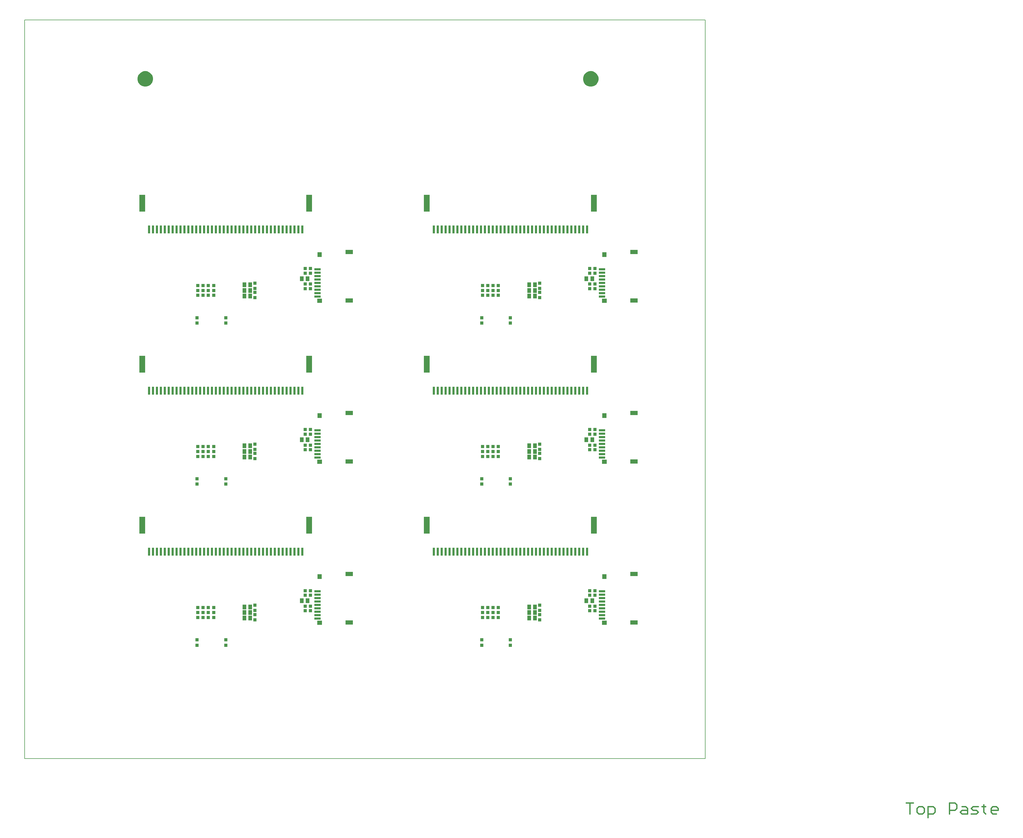
<source format=gtp>
G04*
G04 #@! TF.GenerationSoftware,Altium Limited,Altium Designer,22.6.0 (29)*
G04*
G04 Layer_Color=8421504*
%FSLAX25Y25*%
%MOIN*%
G70*
G04*
G04 #@! TF.SameCoordinates,0ADED8EB-2248-42DB-B9B4-91843697612D*
G04*
G04*
G04 #@! TF.FilePolarity,Positive*
G04*
G01*
G75*
%ADD10C,0.01575*%
%ADD11R,0.07480X0.21654*%
%ADD12C,0.00591*%
%ADD13R,0.04331X0.03937*%
%ADD14R,0.03937X0.04331*%
%ADD15R,0.03150X0.09843*%
%ADD16R,0.07874X0.02756*%
%ADD17R,0.05512X0.06299*%
%ADD18R,0.06299X0.05512*%
%ADD19R,0.09449X0.05512*%
%ADD20R,0.04724X0.05906*%
%ADD21R,0.05118X0.05906*%
G36*
X74803Y742126D02*
X73834D01*
X71932Y742504D01*
X70141Y743246D01*
X68529Y744323D01*
X67158Y745694D01*
X66081Y747306D01*
X65339Y749097D01*
X64961Y750999D01*
Y751968D01*
Y752938D01*
X65339Y754839D01*
X66081Y756631D01*
X67158Y758243D01*
X68529Y759614D01*
X70141Y760691D01*
X71932Y761433D01*
X73834Y761811D01*
X74803D01*
X75773D01*
X77674Y761433D01*
X79465Y760691D01*
X81077Y759614D01*
X82448Y758243D01*
X83526Y756631D01*
X84267Y754839D01*
X84646Y752938D01*
Y751968D01*
Y750999D01*
X84267Y749097D01*
X83526Y747306D01*
X82448Y745694D01*
X81077Y744323D01*
X79465Y743246D01*
X77674Y742504D01*
X75773Y742126D01*
X74803D01*
D01*
D02*
G37*
G36*
X641732D02*
X642702D01*
X644603Y742504D01*
X646394Y743246D01*
X648006Y744323D01*
X649377Y745694D01*
X650455Y747306D01*
X651197Y749097D01*
X651575Y750999D01*
Y751968D01*
Y752938D01*
X651197Y754839D01*
X650455Y756631D01*
X649377Y758243D01*
X648006Y759614D01*
X646394Y760691D01*
X644603Y761433D01*
X642702Y761811D01*
X641732D01*
X640763D01*
X638861Y761433D01*
X637070Y760691D01*
X635458Y759614D01*
X634087Y758243D01*
X633010Y756631D01*
X632268Y754839D01*
X631890Y752938D01*
Y751968D01*
Y750999D01*
X632268Y749097D01*
X633010Y747306D01*
X634087Y745694D01*
X635458Y744323D01*
X637070Y743246D01*
X638861Y742504D01*
X640763Y742126D01*
X641732D01*
D01*
D02*
G37*
D10*
X1042921Y-168552D02*
X1052104D01*
X1047513D01*
Y-182327D01*
X1058992D02*
X1063584D01*
X1065879Y-180031D01*
Y-175439D01*
X1063584Y-173144D01*
X1058992D01*
X1056696Y-175439D01*
Y-180031D01*
X1058992Y-182327D01*
X1070471Y-186919D02*
Y-173144D01*
X1077359D01*
X1079655Y-175439D01*
Y-180031D01*
X1077359Y-182327D01*
X1070471D01*
X1098021D02*
Y-168552D01*
X1104909D01*
X1107205Y-170848D01*
Y-175439D01*
X1104909Y-177735D01*
X1098021D01*
X1114092Y-173144D02*
X1118684D01*
X1120980Y-175439D01*
Y-182327D01*
X1114092D01*
X1111796Y-180031D01*
X1114092Y-177735D01*
X1120980D01*
X1125571Y-182327D02*
X1132459D01*
X1134755Y-180031D01*
X1132459Y-177735D01*
X1127867D01*
X1125571Y-175439D01*
X1127867Y-173144D01*
X1134755D01*
X1141642Y-170848D02*
Y-173144D01*
X1139347D01*
X1143938D01*
X1141642D01*
Y-180031D01*
X1143938Y-182327D01*
X1157713D02*
X1153122D01*
X1150826Y-180031D01*
Y-175439D01*
X1153122Y-173144D01*
X1157713D01*
X1160009Y-175439D01*
Y-177735D01*
X1150826D01*
D11*
X70866Y184488D02*
D03*
X283465D02*
D03*
X433071D02*
D03*
X645669D02*
D03*
X70866Y389213D02*
D03*
X283465D02*
D03*
X433071D02*
D03*
X645669D02*
D03*
X70866Y593937D02*
D03*
X283465D02*
D03*
X433071D02*
D03*
X645669D02*
D03*
D12*
X787402Y-112205D02*
X787402Y826772D01*
X-78740Y-112205D02*
X-78740Y826772D01*
X-78740Y-112205D02*
X787402Y-112205D01*
X-78740Y826772D02*
X787402Y826772D01*
D13*
X161811Y67323D02*
D03*
X155118Y67323D02*
D03*
X141719Y73622D02*
D03*
X148412Y73622D02*
D03*
X141732Y67322D02*
D03*
X148425D02*
D03*
X161811Y79922D02*
D03*
X155118D02*
D03*
Y73622D02*
D03*
X161811D02*
D03*
X148425Y79922D02*
D03*
X141733D02*
D03*
X278150Y101378D02*
D03*
X284843D02*
D03*
X278150Y95473D02*
D03*
X284843D02*
D03*
X278150Y81693D02*
D03*
X284843D02*
D03*
X278150Y75788D02*
D03*
X284843D02*
D03*
X524016Y67323D02*
D03*
X517323Y67323D02*
D03*
X503924Y73622D02*
D03*
X510617Y73622D02*
D03*
X503937Y67322D02*
D03*
X510630D02*
D03*
X524016Y79922D02*
D03*
X517323D02*
D03*
Y73622D02*
D03*
X524016D02*
D03*
X510630Y79922D02*
D03*
X503937D02*
D03*
X640355Y101378D02*
D03*
X647048D02*
D03*
X640355Y95473D02*
D03*
X647048D02*
D03*
X640355Y81693D02*
D03*
X647048D02*
D03*
X640355Y75788D02*
D03*
X647048D02*
D03*
X161811Y272048D02*
D03*
X155118Y272048D02*
D03*
X141719Y278347D02*
D03*
X148412Y278347D02*
D03*
X141732Y272047D02*
D03*
X148425D02*
D03*
X161811Y284646D02*
D03*
X155118D02*
D03*
Y278347D02*
D03*
X161811D02*
D03*
X148425Y284646D02*
D03*
X141733D02*
D03*
X278150Y306103D02*
D03*
X284843D02*
D03*
X278150Y300197D02*
D03*
X284843D02*
D03*
X278150Y286418D02*
D03*
X284843D02*
D03*
X278150Y280512D02*
D03*
X284843D02*
D03*
X524016Y272048D02*
D03*
X517323Y272048D02*
D03*
X503924Y278347D02*
D03*
X510617Y278347D02*
D03*
X503937Y272047D02*
D03*
X510630D02*
D03*
X524016Y284646D02*
D03*
X517323D02*
D03*
Y278347D02*
D03*
X524016D02*
D03*
X510630Y284646D02*
D03*
X503937D02*
D03*
X640355Y306103D02*
D03*
X647048D02*
D03*
X640355Y300197D02*
D03*
X647048D02*
D03*
X640355Y286418D02*
D03*
X647048D02*
D03*
X640355Y280512D02*
D03*
X647048D02*
D03*
X161811Y476772D02*
D03*
X155118Y476772D02*
D03*
X141719Y483071D02*
D03*
X148412Y483071D02*
D03*
X141732Y476771D02*
D03*
X148425D02*
D03*
X161811Y489370D02*
D03*
X155118D02*
D03*
Y483071D02*
D03*
X161811D02*
D03*
X148425Y489370D02*
D03*
X141733D02*
D03*
X278150Y510827D02*
D03*
X284843D02*
D03*
X278150Y504922D02*
D03*
X284843D02*
D03*
X278150Y491142D02*
D03*
X284843D02*
D03*
X278150Y485237D02*
D03*
X284843D02*
D03*
X524016Y476772D02*
D03*
X517323Y476772D02*
D03*
X503924Y483071D02*
D03*
X510617Y483071D02*
D03*
X503937Y476771D02*
D03*
X510630D02*
D03*
X524016Y489370D02*
D03*
X517323D02*
D03*
Y483071D02*
D03*
X524016D02*
D03*
X510630Y489370D02*
D03*
X503937D02*
D03*
X640355Y510827D02*
D03*
X647048D02*
D03*
X640355Y504922D02*
D03*
X647048D02*
D03*
X640355Y491142D02*
D03*
X647048D02*
D03*
X640355Y485237D02*
D03*
X647048D02*
D03*
D14*
X177166Y32086D02*
D03*
X177166Y38779D02*
D03*
X140748Y32086D02*
D03*
X140748Y38779D02*
D03*
X214370Y82874D02*
D03*
Y76181D02*
D03*
X214370Y64370D02*
D03*
Y71063D02*
D03*
X539370Y32086D02*
D03*
X539370Y38779D02*
D03*
X502953Y32086D02*
D03*
X502953Y38779D02*
D03*
X576575Y82874D02*
D03*
Y76181D02*
D03*
X576575Y64370D02*
D03*
Y71063D02*
D03*
X177166Y236811D02*
D03*
X177166Y243504D02*
D03*
X140748Y236811D02*
D03*
X140748Y243504D02*
D03*
X214370Y287599D02*
D03*
Y280906D02*
D03*
X214370Y269094D02*
D03*
Y275787D02*
D03*
X539370Y236811D02*
D03*
X539370Y243504D02*
D03*
X502953Y236811D02*
D03*
X502953Y243504D02*
D03*
X576575Y287599D02*
D03*
Y280906D02*
D03*
X576575Y269094D02*
D03*
Y275787D02*
D03*
X177166Y441535D02*
D03*
X177166Y448228D02*
D03*
X140748Y441535D02*
D03*
X140748Y448228D02*
D03*
X214370Y492323D02*
D03*
Y485630D02*
D03*
X214370Y473819D02*
D03*
Y480512D02*
D03*
X539370Y441535D02*
D03*
X539370Y448228D02*
D03*
X502953Y441535D02*
D03*
X502953Y448228D02*
D03*
X576575Y492323D02*
D03*
Y485630D02*
D03*
X576575Y473819D02*
D03*
Y480512D02*
D03*
D15*
X84665Y150984D02*
D03*
X79665D02*
D03*
X89665D02*
D03*
X94665D02*
D03*
X99665D02*
D03*
X104665D02*
D03*
X109665D02*
D03*
X114665D02*
D03*
X119665D02*
D03*
X124665D02*
D03*
X129665D02*
D03*
X134665D02*
D03*
X139665D02*
D03*
X144665D02*
D03*
X149665D02*
D03*
X154665D02*
D03*
X159665D02*
D03*
X164665D02*
D03*
X169665D02*
D03*
X174665D02*
D03*
X179665D02*
D03*
X184665D02*
D03*
X189665D02*
D03*
X194665D02*
D03*
X199665D02*
D03*
X204665D02*
D03*
X209665D02*
D03*
X214665D02*
D03*
X219665D02*
D03*
X224665D02*
D03*
X229665D02*
D03*
X234665D02*
D03*
X239665D02*
D03*
X244665D02*
D03*
X249665D02*
D03*
X254665D02*
D03*
X259665D02*
D03*
X264665D02*
D03*
X269665D02*
D03*
X274665D02*
D03*
D03*
X269665D02*
D03*
X264665D02*
D03*
X259665D02*
D03*
X254665D02*
D03*
X249665D02*
D03*
X244665D02*
D03*
X239665D02*
D03*
X234665D02*
D03*
X229665D02*
D03*
X224665D02*
D03*
X219665D02*
D03*
X214665D02*
D03*
X209665D02*
D03*
X204665D02*
D03*
X199665D02*
D03*
X194665D02*
D03*
X189665D02*
D03*
X184665D02*
D03*
X179665D02*
D03*
X174665D02*
D03*
X169665D02*
D03*
X164665D02*
D03*
X159665D02*
D03*
X154665D02*
D03*
X149665D02*
D03*
X144665D02*
D03*
X139665D02*
D03*
X134665D02*
D03*
X129665D02*
D03*
X124665D02*
D03*
X119665D02*
D03*
X114665D02*
D03*
X109665D02*
D03*
X104665D02*
D03*
X99665D02*
D03*
X94665D02*
D03*
X89665D02*
D03*
X79665D02*
D03*
X84665D02*
D03*
X446870D02*
D03*
X441870D02*
D03*
X451870D02*
D03*
X456870D02*
D03*
X461870D02*
D03*
X466870D02*
D03*
X471870D02*
D03*
X476870D02*
D03*
X481870D02*
D03*
X486870D02*
D03*
X491870D02*
D03*
X496870D02*
D03*
X501870D02*
D03*
X506870D02*
D03*
X511870D02*
D03*
X516870D02*
D03*
X521870D02*
D03*
X526870D02*
D03*
X531870D02*
D03*
X536870D02*
D03*
X541870D02*
D03*
X546870D02*
D03*
X551870D02*
D03*
X556870D02*
D03*
X561870D02*
D03*
X566870D02*
D03*
X571870D02*
D03*
X576870D02*
D03*
X581870D02*
D03*
X586870D02*
D03*
X591870D02*
D03*
X596870D02*
D03*
X601870D02*
D03*
X606870D02*
D03*
X611870D02*
D03*
X616870D02*
D03*
X621870D02*
D03*
X626870D02*
D03*
X631870D02*
D03*
X636870D02*
D03*
D03*
X631870D02*
D03*
X626870D02*
D03*
X621870D02*
D03*
X616870D02*
D03*
X611870D02*
D03*
X606870D02*
D03*
X601870D02*
D03*
X596870D02*
D03*
X591870D02*
D03*
X586870D02*
D03*
X581870D02*
D03*
X576870D02*
D03*
X571870D02*
D03*
X566870D02*
D03*
X561870D02*
D03*
X556870D02*
D03*
X551870D02*
D03*
X546870D02*
D03*
X541870D02*
D03*
X536870D02*
D03*
X531870D02*
D03*
X526870D02*
D03*
X521870D02*
D03*
X516870D02*
D03*
X511870D02*
D03*
X506870D02*
D03*
X501870D02*
D03*
X496870D02*
D03*
X491870D02*
D03*
X486870D02*
D03*
X481870D02*
D03*
X476870D02*
D03*
X471870D02*
D03*
X466870D02*
D03*
X461870D02*
D03*
X456870D02*
D03*
X451870D02*
D03*
X441870D02*
D03*
X446870D02*
D03*
X84665Y355709D02*
D03*
X79665D02*
D03*
X89665D02*
D03*
X94665D02*
D03*
X99665D02*
D03*
X104665D02*
D03*
X109665D02*
D03*
X114665D02*
D03*
X119665D02*
D03*
X124665D02*
D03*
X129665D02*
D03*
X134665D02*
D03*
X139665D02*
D03*
X144665D02*
D03*
X149665D02*
D03*
X154665D02*
D03*
X159665D02*
D03*
X164665D02*
D03*
X169665D02*
D03*
X174665D02*
D03*
X179665D02*
D03*
X184665D02*
D03*
X189665D02*
D03*
X194665D02*
D03*
X199665D02*
D03*
X204665D02*
D03*
X209665D02*
D03*
X214665D02*
D03*
X219665D02*
D03*
X224665D02*
D03*
X229665D02*
D03*
X234665D02*
D03*
X239665D02*
D03*
X244665D02*
D03*
X249665D02*
D03*
X254665D02*
D03*
X259665D02*
D03*
X264665D02*
D03*
X269665D02*
D03*
X274665D02*
D03*
D03*
X269665D02*
D03*
X264665D02*
D03*
X259665D02*
D03*
X254665D02*
D03*
X249665D02*
D03*
X244665D02*
D03*
X239665D02*
D03*
X234665D02*
D03*
X229665D02*
D03*
X224665D02*
D03*
X219665D02*
D03*
X214665D02*
D03*
X209665D02*
D03*
X204665D02*
D03*
X199665D02*
D03*
X194665D02*
D03*
X189665D02*
D03*
X184665D02*
D03*
X179665D02*
D03*
X174665D02*
D03*
X169665D02*
D03*
X164665D02*
D03*
X159665D02*
D03*
X154665D02*
D03*
X149665D02*
D03*
X144665D02*
D03*
X139665D02*
D03*
X134665D02*
D03*
X129665D02*
D03*
X124665D02*
D03*
X119665D02*
D03*
X114665D02*
D03*
X109665D02*
D03*
X104665D02*
D03*
X99665D02*
D03*
X94665D02*
D03*
X89665D02*
D03*
X79665D02*
D03*
X84665D02*
D03*
X446870D02*
D03*
X441870D02*
D03*
X451870D02*
D03*
X456870D02*
D03*
X461870D02*
D03*
X466870D02*
D03*
X471870D02*
D03*
X476870D02*
D03*
X481870D02*
D03*
X486870D02*
D03*
X491870D02*
D03*
X496870D02*
D03*
X501870D02*
D03*
X506870D02*
D03*
X511870D02*
D03*
X516870D02*
D03*
X521870D02*
D03*
X526870D02*
D03*
X531870D02*
D03*
X536870D02*
D03*
X541870D02*
D03*
X546870D02*
D03*
X551870D02*
D03*
X556870D02*
D03*
X561870D02*
D03*
X566870D02*
D03*
X571870D02*
D03*
X576870D02*
D03*
X581870D02*
D03*
X586870D02*
D03*
X591870D02*
D03*
X596870D02*
D03*
X601870D02*
D03*
X606870D02*
D03*
X611870D02*
D03*
X616870D02*
D03*
X621870D02*
D03*
X626870D02*
D03*
X631870D02*
D03*
X636870D02*
D03*
D03*
X631870D02*
D03*
X626870D02*
D03*
X621870D02*
D03*
X616870D02*
D03*
X611870D02*
D03*
X606870D02*
D03*
X601870D02*
D03*
X596870D02*
D03*
X591870D02*
D03*
X586870D02*
D03*
X581870D02*
D03*
X576870D02*
D03*
X571870D02*
D03*
X566870D02*
D03*
X561870D02*
D03*
X556870D02*
D03*
X551870D02*
D03*
X546870D02*
D03*
X541870D02*
D03*
X536870D02*
D03*
X531870D02*
D03*
X526870D02*
D03*
X521870D02*
D03*
X516870D02*
D03*
X511870D02*
D03*
X506870D02*
D03*
X501870D02*
D03*
X496870D02*
D03*
X491870D02*
D03*
X486870D02*
D03*
X481870D02*
D03*
X476870D02*
D03*
X471870D02*
D03*
X466870D02*
D03*
X461870D02*
D03*
X456870D02*
D03*
X451870D02*
D03*
X441870D02*
D03*
X446870D02*
D03*
X84665Y560433D02*
D03*
X79665D02*
D03*
X89665D02*
D03*
X94665D02*
D03*
X99665D02*
D03*
X104665D02*
D03*
X109665D02*
D03*
X114665D02*
D03*
X119665D02*
D03*
X124665D02*
D03*
X129665D02*
D03*
X134665D02*
D03*
X139665D02*
D03*
X144665D02*
D03*
X149665D02*
D03*
X154665D02*
D03*
X159665D02*
D03*
X164665D02*
D03*
X169665D02*
D03*
X174665D02*
D03*
X179665D02*
D03*
X184665D02*
D03*
X189665D02*
D03*
X194665D02*
D03*
X199665D02*
D03*
X204665D02*
D03*
X209665D02*
D03*
X214665D02*
D03*
X219665D02*
D03*
X224665D02*
D03*
X229665D02*
D03*
X234665D02*
D03*
X239665D02*
D03*
X244665D02*
D03*
X249665D02*
D03*
X254665D02*
D03*
X259665D02*
D03*
X264665D02*
D03*
X269665D02*
D03*
X274665D02*
D03*
D03*
X269665D02*
D03*
X264665D02*
D03*
X259665D02*
D03*
X254665D02*
D03*
X249665D02*
D03*
X244665D02*
D03*
X239665D02*
D03*
X234665D02*
D03*
X229665D02*
D03*
X224665D02*
D03*
X219665D02*
D03*
X214665D02*
D03*
X209665D02*
D03*
X204665D02*
D03*
X199665D02*
D03*
X194665D02*
D03*
X189665D02*
D03*
X184665D02*
D03*
X179665D02*
D03*
X174665D02*
D03*
X169665D02*
D03*
X164665D02*
D03*
X159665D02*
D03*
X154665D02*
D03*
X149665D02*
D03*
X144665D02*
D03*
X139665D02*
D03*
X134665D02*
D03*
X129665D02*
D03*
X124665D02*
D03*
X119665D02*
D03*
X114665D02*
D03*
X109665D02*
D03*
X104665D02*
D03*
X99665D02*
D03*
X94665D02*
D03*
X89665D02*
D03*
X79665D02*
D03*
X84665D02*
D03*
X446870D02*
D03*
X441870D02*
D03*
X451870D02*
D03*
X456870D02*
D03*
X461870D02*
D03*
X466870D02*
D03*
X471870D02*
D03*
X476870D02*
D03*
X481870D02*
D03*
X486870D02*
D03*
X491870D02*
D03*
X496870D02*
D03*
X501870D02*
D03*
X506870D02*
D03*
X511870D02*
D03*
X516870D02*
D03*
X521870D02*
D03*
X526870D02*
D03*
X531870D02*
D03*
X536870D02*
D03*
X541870D02*
D03*
X546870D02*
D03*
X551870D02*
D03*
X556870D02*
D03*
X561870D02*
D03*
X566870D02*
D03*
X571870D02*
D03*
X576870D02*
D03*
X581870D02*
D03*
X586870D02*
D03*
X591870D02*
D03*
X596870D02*
D03*
X601870D02*
D03*
X606870D02*
D03*
X611870D02*
D03*
X616870D02*
D03*
X621870D02*
D03*
X626870D02*
D03*
X631870D02*
D03*
X636870D02*
D03*
D03*
X631870D02*
D03*
X626870D02*
D03*
X621870D02*
D03*
X616870D02*
D03*
X611870D02*
D03*
X606870D02*
D03*
X601870D02*
D03*
X596870D02*
D03*
X591870D02*
D03*
X586870D02*
D03*
X581870D02*
D03*
X576870D02*
D03*
X571870D02*
D03*
X566870D02*
D03*
X561870D02*
D03*
X556870D02*
D03*
X551870D02*
D03*
X546870D02*
D03*
X541870D02*
D03*
X536870D02*
D03*
X531870D02*
D03*
X526870D02*
D03*
X521870D02*
D03*
X516870D02*
D03*
X511870D02*
D03*
X506870D02*
D03*
X501870D02*
D03*
X496870D02*
D03*
X491870D02*
D03*
X486870D02*
D03*
X481870D02*
D03*
X476870D02*
D03*
X471870D02*
D03*
X466870D02*
D03*
X461870D02*
D03*
X456870D02*
D03*
X451870D02*
D03*
X441870D02*
D03*
X446870D02*
D03*
D16*
X293898Y65945D02*
D03*
Y70276D02*
D03*
Y74606D02*
D03*
Y78937D02*
D03*
Y83268D02*
D03*
Y87599D02*
D03*
Y91929D02*
D03*
Y96260D02*
D03*
Y100591D02*
D03*
X656102Y65945D02*
D03*
Y70276D02*
D03*
Y74606D02*
D03*
Y78937D02*
D03*
Y83268D02*
D03*
Y87599D02*
D03*
Y91929D02*
D03*
Y96260D02*
D03*
Y100591D02*
D03*
X293898Y270669D02*
D03*
Y275000D02*
D03*
Y279331D02*
D03*
Y283662D02*
D03*
Y287992D02*
D03*
Y292323D02*
D03*
Y296654D02*
D03*
Y300984D02*
D03*
Y305315D02*
D03*
X656102Y270669D02*
D03*
Y275000D02*
D03*
Y279331D02*
D03*
Y283662D02*
D03*
Y287992D02*
D03*
Y292323D02*
D03*
Y296654D02*
D03*
Y300984D02*
D03*
Y305315D02*
D03*
X293898Y475394D02*
D03*
Y479725D02*
D03*
Y484055D02*
D03*
Y488386D02*
D03*
Y492717D02*
D03*
Y497047D02*
D03*
Y501378D02*
D03*
Y505709D02*
D03*
Y510039D02*
D03*
X656102Y475394D02*
D03*
Y479725D02*
D03*
Y484055D02*
D03*
Y488386D02*
D03*
Y492717D02*
D03*
Y497047D02*
D03*
Y501378D02*
D03*
Y505709D02*
D03*
Y510039D02*
D03*
D17*
X296654Y119095D02*
D03*
X658858D02*
D03*
X296654Y323819D02*
D03*
X658858D02*
D03*
X296654Y528543D02*
D03*
X658858D02*
D03*
D18*
X296654Y60433D02*
D03*
X658858D02*
D03*
X296654Y265158D02*
D03*
X658858D02*
D03*
X296654Y469882D02*
D03*
X658858D02*
D03*
D19*
X334449Y60827D02*
D03*
Y122638D02*
D03*
X696654Y60827D02*
D03*
Y122638D02*
D03*
X334449Y265551D02*
D03*
Y327362D02*
D03*
X696654Y265551D02*
D03*
Y327362D02*
D03*
X334449Y470276D02*
D03*
Y532087D02*
D03*
X696654Y470276D02*
D03*
Y532087D02*
D03*
D20*
X200984Y80709D02*
D03*
X208465D02*
D03*
X200984Y66535D02*
D03*
X208465D02*
D03*
X563189Y80709D02*
D03*
X570669D02*
D03*
X563189Y66535D02*
D03*
X570669D02*
D03*
X200984Y285433D02*
D03*
X208465D02*
D03*
X200984Y271260D02*
D03*
X208465D02*
D03*
X563189Y285433D02*
D03*
X570669D02*
D03*
X563189Y271260D02*
D03*
X570669D02*
D03*
X200984Y490158D02*
D03*
X208465D02*
D03*
X200984Y475984D02*
D03*
X208465D02*
D03*
X563189Y490158D02*
D03*
X570669D02*
D03*
X563189Y475984D02*
D03*
X570669D02*
D03*
D21*
X208465Y73622D02*
D03*
X200984D02*
D03*
X273819Y88583D02*
D03*
X281299D02*
D03*
X570669Y73622D02*
D03*
X563189D02*
D03*
X636024Y88583D02*
D03*
X643504D02*
D03*
X208465Y278346D02*
D03*
X200984D02*
D03*
X273819Y293307D02*
D03*
X281299D02*
D03*
X570669Y278346D02*
D03*
X563189D02*
D03*
X636024Y293307D02*
D03*
X643504D02*
D03*
X208465Y483071D02*
D03*
X200984D02*
D03*
X273819Y498032D02*
D03*
X281299D02*
D03*
X570669Y483071D02*
D03*
X563189D02*
D03*
X636024Y498032D02*
D03*
X643504D02*
D03*
M02*

</source>
